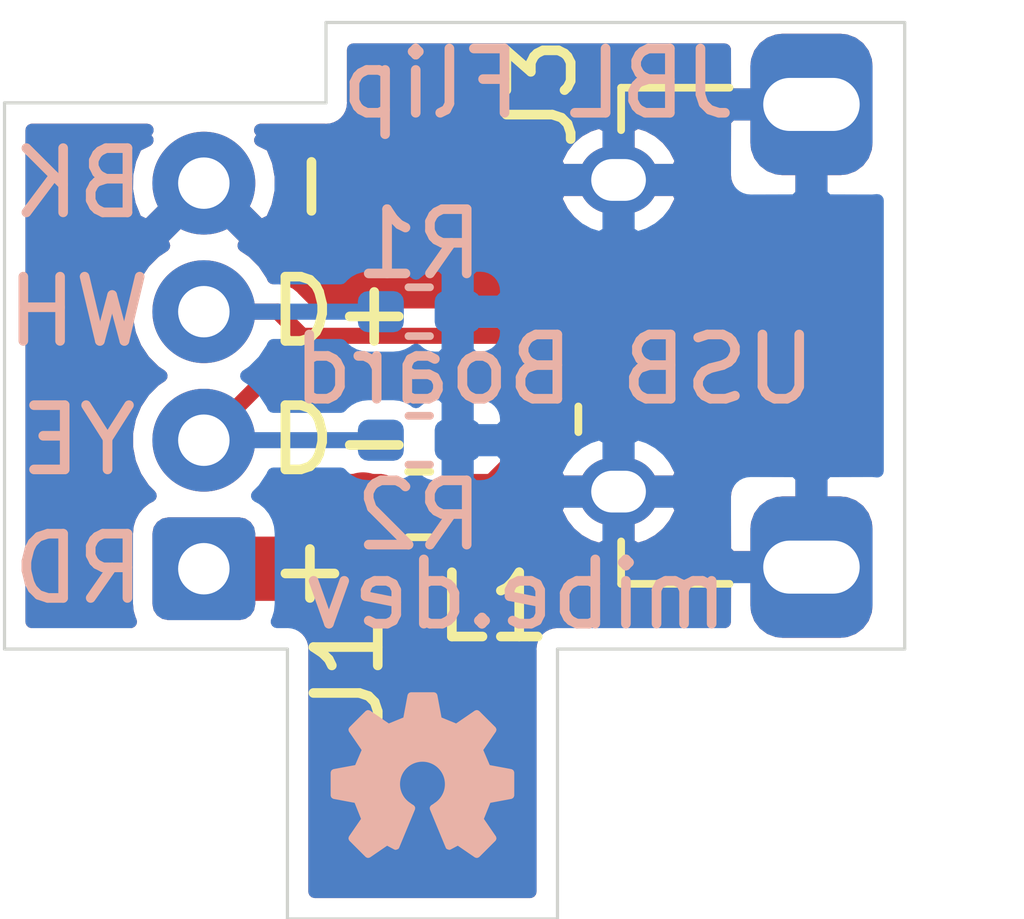
<source format=kicad_pcb>
(kicad_pcb (version 20171130) (host pcbnew "(5.1.9)-1")

  (general
    (thickness 1.6)
    (drawings 21)
    (tracks 14)
    (zones 0)
    (modules 6)
    (nets 7)
  )

  (page A4)
  (layers
    (0 F.Cu signal)
    (31 B.Cu signal)
    (32 B.Adhes user)
    (33 F.Adhes user hide)
    (34 B.Paste user)
    (35 F.Paste user hide)
    (36 B.SilkS user)
    (37 F.SilkS user)
    (38 B.Mask user)
    (39 F.Mask user hide)
    (40 Dwgs.User user hide)
    (41 Cmts.User user hide)
    (42 Eco1.User user)
    (43 Eco2.User user)
    (44 Edge.Cuts user)
    (45 Margin user)
    (46 B.CrtYd user hide)
    (47 F.CrtYd user hide)
    (48 B.Fab user hide)
    (49 F.Fab user hide)
  )

  (setup
    (last_trace_width 0.25)
    (user_trace_width 0.4)
    (user_trace_width 1)
    (trace_clearance 0.2)
    (zone_clearance 0.3)
    (zone_45_only yes)
    (trace_min 0.2)
    (via_size 0.8)
    (via_drill 0.4)
    (via_min_size 0.4)
    (via_min_drill 0.3)
    (uvia_size 0.3)
    (uvia_drill 0.1)
    (uvias_allowed no)
    (uvia_min_size 0.2)
    (uvia_min_drill 0.1)
    (edge_width 0.05)
    (segment_width 0.2)
    (pcb_text_width 0.3)
    (pcb_text_size 1.5 1.5)
    (mod_edge_width 0.12)
    (mod_text_size 1 1)
    (mod_text_width 0.15)
    (pad_size 1.524 1.524)
    (pad_drill 0.762)
    (pad_to_mask_clearance 0)
    (aux_axis_origin 0 0)
    (visible_elements 7FFFFFFF)
    (pcbplotparams
      (layerselection 0x010fc_ffffffff)
      (usegerberextensions false)
      (usegerberattributes true)
      (usegerberadvancedattributes true)
      (creategerberjobfile true)
      (excludeedgelayer true)
      (linewidth 0.100000)
      (plotframeref false)
      (viasonmask false)
      (mode 1)
      (useauxorigin false)
      (hpglpennumber 1)
      (hpglpenspeed 20)
      (hpglpendiameter 15.000000)
      (psnegative false)
      (psa4output false)
      (plotreference true)
      (plotvalue true)
      (plotinvisibletext false)
      (padsonsilk false)
      (subtractmaskfromsilk false)
      (outputformat 1)
      (mirror false)
      (drillshape 1)
      (scaleselection 1)
      (outputdirectory ""))
  )

  (net 0 "")
  (net 1 GND)
  (net 2 VCC)
  (net 3 /D+)
  (net 4 /D-)
  (net 5 /VCC_USB)
  (net 6 /ID)

  (net_class Default "This is the default net class."
    (clearance 0.2)
    (trace_width 0.25)
    (via_dia 0.8)
    (via_drill 0.4)
    (uvia_dia 0.3)
    (uvia_drill 0.1)
    (add_net /D+)
    (add_net /D-)
    (add_net /ID)
    (add_net /VCC_USB)
    (add_net GND)
    (add_net VCC)
  )

  (module mibe:OSHW-Logo_2.7x2.5mm_SilkScreen_NoText (layer B.Cu) (tedit 5ED42AC1) (tstamp 603B72B4)
    (at 142.5 111.85 180)
    (descr "Imported from c:\\Users\\Michi\\Desktopaa\\oshw-logo.svg")
    (tags svg2mod)
    (attr virtual)
    (fp_text reference REF** (at 0 0) (layer B.SilkS) hide
      (effects (font (size 1 1) (thickness 0.15)) (justify mirror))
    )
    (fp_text value OSHW-Logo_2.7x2.5mm_SilkScreen_NoText (at 0 0) (layer B.Fab) hide
      (effects (font (size 1 1) (thickness 0.15)) (justify mirror))
    )
    (fp_poly (pts (xy 1.373638 0.193721) (xy 1.032614 0.257139) (xy 1.02046 0.263416) (xy 1.012429 0.274496)
      (xy 0.907896 0.51837) (xy 0.905459 0.531745) (xy 0.909555 0.544723) (xy 1.108249 0.834322)
      (xy 1.11119 0.846467) (xy 1.106071 0.857897) (xy 0.857901 1.106068) (xy 0.846494 1.111194)
      (xy 0.834356 1.108185) (xy 0.539676 0.905963) (xy 0.526656 0.901823) (xy 0.513185 0.904111)
      (xy 0.276777 1.000901) (xy 0.265645 1.008753) (xy 0.259351 1.020851) (xy 0.193694 1.373575)
      (xy 0.187196 1.384257) (xy 0.175501 1.388709) (xy -0.175501 1.388709) (xy -0.187178 1.384267)
      (xy -0.193673 1.373575) (xy -0.25931 1.020851) (xy -0.265595 1.008753) (xy -0.276735 1.000901)
      (xy -0.513164 0.904127) (xy -0.526651 0.901878) (xy -0.539655 0.905979) (xy -0.834314 1.1082)
      (xy -0.846478 1.11116) (xy -0.85788 1.106084) (xy -1.106071 0.857913) (xy -1.111197 0.846492)
      (xy -1.108248 0.834338) (xy -0.909534 0.544738) (xy -0.905471 0.531751) (xy -0.907896 0.518386)
      (xy -1.01245 0.274512) (xy -1.020457 0.263402) (xy -1.032635 0.257155) (xy -1.373638 0.193737)
      (xy -1.384326 0.1872) (xy -1.38876 0.175507) (xy -1.388739 -0.175473) (xy -1.384297 -0.187184)
      (xy -1.373616 -0.193677) (xy -1.040974 -0.255578) (xy -1.028929 -0.261892) (xy -1.021225 -0.273067)
      (xy -0.917376 -0.532481) (xy -0.915164 -0.545972) (xy -0.919347 -0.558971) (xy -1.108291 -0.834317)
      (xy -1.111231 -0.846472) (xy -1.106113 -0.857892) (xy -0.857902 -1.106063) (xy -0.8465 -1.11116)
      (xy -0.834336 -1.10818) (xy -0.563865 -0.922535) (xy -0.551016 -0.918725) (xy -0.537934 -0.921741)
      (xy -0.418651 -0.985426) (xy -0.399048 -0.978203) (xy -0.153097 -0.383928) (xy -0.152778 -0.371535)
      (xy -0.160317 -0.361703) (xy -0.190168 -0.34342) (xy -0.209046 -0.328974) (xy -0.228804 -0.315448)
      (xy -0.247661 -0.300761) (xy -0.265565 -0.284966) (xy -0.282466 -0.268114) (xy -0.29831 -0.250255)
      (xy -0.313047 -0.23144) (xy -0.326626 -0.211722) (xy -0.338994 -0.19115) (xy -0.3501 -0.169777)
      (xy -0.359893 -0.147654) (xy -0.368321 -0.12483) (xy -0.375332 -0.101359) (xy -0.380874 -0.077291)
      (xy -0.384897 -0.052676) (xy -0.387349 -0.027568) (xy -0.388177 -0.002015) (xy -0.387414 0.022533)
      (xy -0.385153 0.046675) (xy -0.38144 0.070366) (xy -0.376322 0.09356) (xy -0.369843 0.116212)
      (xy -0.362048 0.138276) (xy -0.352984 0.159708) (xy -0.342696 0.18046) (xy -0.331229 0.200489)
      (xy -0.318628 0.219748) (xy -0.30494 0.238192) (xy -0.29021 0.255775) (xy -0.274483 0.272453)
      (xy -0.257805 0.288179) (xy -0.240221 0.302909) (xy -0.221776 0.316596) (xy -0.202517 0.329196)
      (xy -0.182488 0.340662) (xy -0.161736 0.350949) (xy -0.140305 0.360013) (xy -0.118241 0.367806)
      (xy -0.09559 0.374285) (xy -0.072397 0.379403) (xy -0.048708 0.383115) (xy -0.024567 0.385376)
      (xy -0.000022 0.386139) (xy 0.024524 0.385376) (xy 0.048664 0.383115) (xy 0.072353 0.379403)
      (xy 0.095546 0.374285) (xy 0.118196 0.367806) (xy 0.140259 0.360013) (xy 0.161689 0.350949)
      (xy 0.18244 0.340662) (xy 0.202468 0.329196) (xy 0.221726 0.316596) (xy 0.240169 0.302909)
      (xy 0.257752 0.288179) (xy 0.274429 0.272453) (xy 0.290155 0.255775) (xy 0.304884 0.238192)
      (xy 0.318571 0.219748) (xy 0.33117 0.200489) (xy 0.342636 0.18046) (xy 0.352924 0.159708)
      (xy 0.361987 0.138276) (xy 0.369781 0.116212) (xy 0.376259 0.09356) (xy 0.381377 0.070366)
      (xy 0.385089 0.046675) (xy 0.38735 0.022533) (xy 0.388113 -0.002015) (xy 0.387285 -0.027568)
      (xy 0.384834 -0.052676) (xy 0.380812 -0.077291) (xy 0.37527 -0.101359) (xy 0.368261 -0.12483)
      (xy 0.359835 -0.147654) (xy 0.350043 -0.169777) (xy 0.338938 -0.19115) (xy 0.326571 -0.211722)
      (xy 0.312993 -0.23144) (xy 0.298255 -0.250255) (xy 0.28241 -0.268114) (xy 0.265509 -0.284966)
      (xy 0.247603 -0.300761) (xy 0.228743 -0.315448) (xy 0.208982 -0.328974) (xy 0.190146 -0.34342)
      (xy 0.160294 -0.361703) (xy 0.15278 -0.371535) (xy 0.153075 -0.383928) (xy 0.399005 -0.978224)
      (xy 0.418608 -0.985447) (xy 0.537891 -0.921762) (xy 0.550981 -0.918806) (xy 0.563822 -0.922556)
      (xy 0.834314 -1.108201) (xy 0.846467 -1.111141) (xy 0.857859 -1.106084) (xy 1.10607 -0.857913)
      (xy 1.111204 -0.846483) (xy 1.108248 -0.834339) (xy 0.919283 -0.558992) (xy 0.915127 -0.545997)
      (xy 0.917333 -0.532502) (xy 1.021182 -0.273086) (xy 1.028875 -0.261881) (xy 1.04091 -0.255597)
      (xy 1.373553 -0.193695) (xy 1.384226 -0.187163) (xy 1.388677 -0.175492) (xy 1.388718 0.175491)
      (xy 1.384297 0.187206) (xy 1.373637 0.193721) (xy 1.373638 0.193721)) (layer B.SilkS) (width 0.078406))
  )

  (module mibe:USB_Micro_B_Hirose_ZX62D-B-5PA8 (layer F.Cu) (tedit 603AE74C) (tstamp 603B572C)
    (at 145.875 104.875 90)
    (path /603584FD)
    (fp_text reference J3 (at 3.775 -1.525 90) (layer F.SilkS)
      (effects (font (size 1 1) (thickness 0.15)))
    )
    (fp_text value "ZX62D-B-5PA8(30)" (at 0 6.85 90) (layer F.Fab)
      (effects (font (size 1 1) (thickness 0.15)))
    )
    (fp_line (start -3.75 0.68) (end -0.31 4.12) (layer Dwgs.User) (width 0.12))
    (fp_line (start 5.2 -1.45) (end 5.2 5.98) (layer F.CrtYd) (width 0.05))
    (fp_line (start -5.2 -1.45) (end 5.2 -1.45) (layer F.CrtYd) (width 0.05))
    (fp_line (start -1.3 -0.4) (end -0.9 -0.8) (layer F.Fab) (width 0.1))
    (fp_line (start -0.9 -0.8) (end -1.7 -0.8) (layer F.Fab) (width 0.1))
    (fp_line (start -1.7 -0.8) (end -1.3 -0.4) (layer F.Fab) (width 0.1))
    (fp_line (start -3.75 5.425) (end 3.75 5.425) (layer F.Fab) (width 0.1))
    (fp_line (start -3.75 -0.175) (end 3.75 -0.175) (layer F.Fab) (width 0.1))
    (fp_line (start -3.75 -0.175) (end -3.75 5.425) (layer F.Fab) (width 0.1))
    (fp_line (start 3.75 5.425) (end 3.75 -0.175) (layer F.Fab) (width 0.1))
    (fp_line (start -3 4.125) (end 3 4.125) (layer F.Fab) (width 0.1))
    (fp_line (start -3.75 5.425) (end -3.35 4.85) (layer F.Fab) (width 0.1))
    (fp_line (start -3.35 4.85) (end 3.35 4.85) (layer F.Fab) (width 0.1))
    (fp_line (start 3.35 4.85) (end 3.75 5.425) (layer F.Fab) (width 0.1))
    (fp_line (start -3.86 -0.285) (end -3.86 1.4) (layer F.SilkS) (width 0.12))
    (fp_line (start -3.86 -0.285) (end -3.2 -0.285) (layer F.SilkS) (width 0.12))
    (fp_line (start 3.86 -0.285) (end 3.86 1.4) (layer F.SilkS) (width 0.12))
    (fp_line (start 3.2 -0.285) (end 3.86 -0.285) (layer F.SilkS) (width 0.12))
    (fp_line (start -1.5 -0.95) (end -1.1 -0.95) (layer F.SilkS) (width 0.12))
    (fp_line (start -5.2 -1.45) (end -5.2 5.98) (layer F.CrtYd) (width 0.05))
    (fp_line (start -5.2 5.98) (end 5.2 5.98) (layer F.CrtYd) (width 0.05))
    (fp_line (start -3.75 0.68) (end 3.75 0.68) (layer Dwgs.User) (width 0.12))
    (fp_line (start 3.75 0.68) (end 3.75 4.12) (layer Dwgs.User) (width 0.12))
    (fp_line (start 3.75 4.12) (end -3.75 4.12) (layer Dwgs.User) (width 0.12))
    (fp_line (start -3.75 4.12) (end -3.75 0.68) (layer Dwgs.User) (width 0.12))
    (fp_line (start 3.75 4.12) (end 0.33 0.7) (layer Dwgs.User) (width 0.12))
    (fp_text user traces (at 2.45 1.25 90) (layer Cmts.User)
      (effects (font (size 0.5 0.5) (thickness 0.08)))
    )
    (fp_text user no (at -2.15 1.25 90) (layer Cmts.User)
      (effects (font (size 0.5 0.5) (thickness 0.08)))
    )
    (fp_text user %R (at 0 1.2 90) (layer F.Fab)
      (effects (font (size 0.5 0.5) (thickness 0.08)))
    )
    (fp_text user "PCB Edge" (at 0 4.125 90) (layer Dwgs.User)
      (effects (font (size 0.5 0.5) (thickness 0.08)))
    )
    (pad 6 smd rect (at 1.15 2.675 90) (size 1.8 1.9) (layers F.Cu F.Paste F.Mask)
      (net 1 GND))
    (pad 6 smd rect (at -1.15 2.675 90) (size 1.8 1.9) (layers F.Cu F.Paste F.Mask)
      (net 1 GND))
    (pad 6 thru_hole roundrect (at 3.6 2.675 90) (size 2.2 1.9) (drill oval 0.825 1.5) (layers *.Cu *.Mask) (roundrect_rratio 0.263)
      (net 1 GND))
    (pad 6 thru_hole roundrect (at -3.6 2.675 90) (size 2.2 1.9) (drill oval 0.825 1.5) (layers *.Cu *.Mask) (roundrect_rratio 0.263)
      (net 1 GND))
    (pad 6 thru_hole oval (at 2.425 -0.325 90) (size 1.05 1.25) (drill oval 0.65 0.85) (layers *.Cu *.Mask)
      (net 1 GND))
    (pad 6 thru_hole oval (at -2.425 -0.325 90) (size 1.05 1.25) (drill oval 0.65 0.85) (layers *.Cu *.Mask)
      (net 1 GND))
    (pad 5 smd rect (at 1.3 0 90) (size 0.4 1.35) (layers F.Cu F.Paste F.Mask)
      (net 1 GND))
    (pad 4 smd rect (at 0.65 0 90) (size 0.4 1.35) (layers F.Cu F.Paste F.Mask)
      (net 6 /ID))
    (pad 3 smd rect (at 0 0 90) (size 0.4 1.35) (layers F.Cu F.Paste F.Mask)
      (net 3 /D+))
    (pad 2 smd rect (at -0.65 0 90) (size 0.4 1.35) (layers F.Cu F.Paste F.Mask)
      (net 4 /D-))
    (pad 1 smd rect (at -1.3 0 90) (size 0.4 1.35) (layers F.Cu F.Paste F.Mask)
      (net 5 /VCC_USB))
  )

  (module Resistor_SMD:R_0402_1005Metric_Pad0.72x0.64mm_HandSolder (layer B.Cu) (tedit 5F6BB9E0) (tstamp 603B6E73)
    (at 142.45 106.5)
    (descr "Resistor SMD 0402 (1005 Metric), square (rectangular) end terminal, IPC_7351 nominal with elongated pad for handsoldering. (Body size source: IPC-SM-782 page 72, https://www.pcb-3d.com/wordpress/wp-content/uploads/ipc-sm-782a_amendment_1_and_2.pdf), generated with kicad-footprint-generator")
    (tags "resistor handsolder")
    (path /6035AB55)
    (attr smd)
    (fp_text reference R2 (at 0 1.17) (layer B.SilkS)
      (effects (font (size 1 1) (thickness 0.15)) (justify mirror))
    )
    (fp_text value R (at 0 -1.17) (layer B.Fab)
      (effects (font (size 1 1) (thickness 0.15)) (justify mirror))
    )
    (fp_line (start -0.525 -0.27) (end -0.525 0.27) (layer B.Fab) (width 0.1))
    (fp_line (start -0.525 0.27) (end 0.525 0.27) (layer B.Fab) (width 0.1))
    (fp_line (start 0.525 0.27) (end 0.525 -0.27) (layer B.Fab) (width 0.1))
    (fp_line (start 0.525 -0.27) (end -0.525 -0.27) (layer B.Fab) (width 0.1))
    (fp_line (start -0.167621 0.38) (end 0.167621 0.38) (layer B.SilkS) (width 0.12))
    (fp_line (start -0.167621 -0.38) (end 0.167621 -0.38) (layer B.SilkS) (width 0.12))
    (fp_line (start -1.1 -0.47) (end -1.1 0.47) (layer B.CrtYd) (width 0.05))
    (fp_line (start -1.1 0.47) (end 1.1 0.47) (layer B.CrtYd) (width 0.05))
    (fp_line (start 1.1 0.47) (end 1.1 -0.47) (layer B.CrtYd) (width 0.05))
    (fp_line (start 1.1 -0.47) (end -1.1 -0.47) (layer B.CrtYd) (width 0.05))
    (fp_text user %R (at 0 0) (layer B.Fab)
      (effects (font (size 0.26 0.26) (thickness 0.04)) (justify mirror))
    )
    (pad 2 smd roundrect (at 0.5975 0) (size 0.715 0.64) (layers B.Cu B.Paste B.Mask) (roundrect_rratio 0.25)
      (net 1 GND))
    (pad 1 smd roundrect (at -0.5975 0) (size 0.715 0.64) (layers B.Cu B.Paste B.Mask) (roundrect_rratio 0.25)
      (net 4 /D-))
    (model ${KISYS3DMOD}/Resistor_SMD.3dshapes/R_0402_1005Metric.wrl
      (at (xyz 0 0 0))
      (scale (xyz 1 1 1))
      (rotate (xyz 0 0 0))
    )
  )

  (module Resistor_SMD:R_0402_1005Metric_Pad0.72x0.64mm_HandSolder (layer B.Cu) (tedit 5F6BB9E0) (tstamp 603B574E)
    (at 142.45 104.5)
    (descr "Resistor SMD 0402 (1005 Metric), square (rectangular) end terminal, IPC_7351 nominal with elongated pad for handsoldering. (Body size source: IPC-SM-782 page 72, https://www.pcb-3d.com/wordpress/wp-content/uploads/ipc-sm-782a_amendment_1_and_2.pdf), generated with kicad-footprint-generator")
    (tags "resistor handsolder")
    (path /6035A3C3)
    (attr smd)
    (fp_text reference R1 (at 0 -1.05) (layer B.SilkS)
      (effects (font (size 1 1) (thickness 0.15)) (justify mirror))
    )
    (fp_text value R (at 0 -1.17) (layer B.Fab)
      (effects (font (size 1 1) (thickness 0.15)) (justify mirror))
    )
    (fp_line (start -0.525 -0.27) (end -0.525 0.27) (layer B.Fab) (width 0.1))
    (fp_line (start -0.525 0.27) (end 0.525 0.27) (layer B.Fab) (width 0.1))
    (fp_line (start 0.525 0.27) (end 0.525 -0.27) (layer B.Fab) (width 0.1))
    (fp_line (start 0.525 -0.27) (end -0.525 -0.27) (layer B.Fab) (width 0.1))
    (fp_line (start -0.167621 0.38) (end 0.167621 0.38) (layer B.SilkS) (width 0.12))
    (fp_line (start -0.167621 -0.38) (end 0.167621 -0.38) (layer B.SilkS) (width 0.12))
    (fp_line (start -1.1 -0.47) (end -1.1 0.47) (layer B.CrtYd) (width 0.05))
    (fp_line (start -1.1 0.47) (end 1.1 0.47) (layer B.CrtYd) (width 0.05))
    (fp_line (start 1.1 0.47) (end 1.1 -0.47) (layer B.CrtYd) (width 0.05))
    (fp_line (start 1.1 -0.47) (end -1.1 -0.47) (layer B.CrtYd) (width 0.05))
    (fp_text user %R (at 0 0) (layer B.Fab)
      (effects (font (size 0.26 0.26) (thickness 0.04)) (justify mirror))
    )
    (pad 2 smd roundrect (at 0.5975 0) (size 0.715 0.64) (layers B.Cu B.Paste B.Mask) (roundrect_rratio 0.25)
      (net 1 GND))
    (pad 1 smd roundrect (at -0.5975 0) (size 0.715 0.64) (layers B.Cu B.Paste B.Mask) (roundrect_rratio 0.25)
      (net 3 /D+))
    (model ${KISYS3DMOD}/Resistor_SMD.3dshapes/R_0402_1005Metric.wrl
      (at (xyz 0 0 0))
      (scale (xyz 1 1 1))
      (rotate (xyz 0 0 0))
    )
  )

  (module Inductor_SMD:L_0603_1608Metric_Pad1.05x0.95mm_HandSolder (layer F.Cu) (tedit 5F68FEF0) (tstamp 603B573D)
    (at 142.45 107.5)
    (descr "Inductor SMD 0603 (1608 Metric), square (rectangular) end terminal, IPC_7351 nominal with elongated pad for handsoldering. (Body size source: http://www.tortai-tech.com/upload/download/2011102023233369053.pdf), generated with kicad-footprint-generator")
    (tags "inductor handsolder")
    (path /60382247)
    (attr smd)
    (fp_text reference L1 (at 1.15 1.6) (layer F.SilkS)
      (effects (font (size 1 1) (thickness 0.15)))
    )
    (fp_text value ? (at 0 1.43) (layer F.Fab)
      (effects (font (size 1 1) (thickness 0.15)))
    )
    (fp_line (start -0.8 0.4) (end -0.8 -0.4) (layer F.Fab) (width 0.1))
    (fp_line (start -0.8 -0.4) (end 0.8 -0.4) (layer F.Fab) (width 0.1))
    (fp_line (start 0.8 -0.4) (end 0.8 0.4) (layer F.Fab) (width 0.1))
    (fp_line (start 0.8 0.4) (end -0.8 0.4) (layer F.Fab) (width 0.1))
    (fp_line (start -0.171267 -0.51) (end 0.171267 -0.51) (layer F.SilkS) (width 0.12))
    (fp_line (start -0.171267 0.51) (end 0.171267 0.51) (layer F.SilkS) (width 0.12))
    (fp_line (start -1.65 0.73) (end -1.65 -0.73) (layer F.CrtYd) (width 0.05))
    (fp_line (start -1.65 -0.73) (end 1.65 -0.73) (layer F.CrtYd) (width 0.05))
    (fp_line (start 1.65 -0.73) (end 1.65 0.73) (layer F.CrtYd) (width 0.05))
    (fp_line (start 1.65 0.73) (end -1.65 0.73) (layer F.CrtYd) (width 0.05))
    (fp_text user %R (at 0 0) (layer F.Fab)
      (effects (font (size 0.4 0.4) (thickness 0.06)))
    )
    (pad 2 smd roundrect (at 0.875 0) (size 1.05 0.95) (layers F.Cu F.Paste F.Mask) (roundrect_rratio 0.25)
      (net 5 /VCC_USB))
    (pad 1 smd roundrect (at -0.875 0) (size 1.05 0.95) (layers F.Cu F.Paste F.Mask) (roundrect_rratio 0.25)
      (net 2 VCC))
    (model ${KISYS3DMOD}/Inductor_SMD.3dshapes/L_0603_1608Metric.wrl
      (at (xyz 0 0 0))
      (scale (xyz 1 1 1))
      (rotate (xyz 0 0 0))
    )
  )

  (module mibe:SolderWire-0.15sqmm_1x04_P2mm_D0.5mm_OD1.5mm (layer F.Cu) (tedit 60382416) (tstamp 603B56FF)
    (at 139.1 108.5 90)
    (descr "Soldered wire connection, for 4 times 0.1 mm² wires, basic insulation, conductor diameter 0.4mm, outer diameter 1mm, size source Multi-Contact FLEXI-E 0.1 (https://ec.staubli.com/AcroFiles/Catalogues/TM_Cab-Main-11014119_(en)_hi.pdf), bend radius 3 times outer diameter, generated with kicad-footprint-generator")
    (tags "connector wire 0.1sqmm")
    (path /60359A3C)
    (attr virtual)
    (fp_text reference J1 (at -1.6 2.25 90) (layer F.SilkS)
      (effects (font (size 1 1) (thickness 0.15)))
    )
    (fp_text value Conn_01x04 (at 3 2 90) (layer F.Fab)
      (effects (font (size 1 1) (thickness 0.15)))
    )
    (fp_line (start 7.3 -1.3) (end -1.3 -1.3) (layer F.CrtYd) (width 0.05))
    (fp_line (start 7.3 1.3) (end 7.3 -1.3) (layer F.CrtYd) (width 0.05))
    (fp_line (start -1.3 1.3) (end 7.3 1.3) (layer F.CrtYd) (width 0.05))
    (fp_line (start -1.3 -1.3) (end -1.3 1.3) (layer F.CrtYd) (width 0.05))
    (fp_circle (center 6 0) (end 6.5 0) (layer F.Fab) (width 0.1))
    (fp_circle (center 4 0) (end 4.5 0) (layer F.Fab) (width 0.1))
    (fp_circle (center 2 0) (end 2.5 0) (layer F.Fab) (width 0.1))
    (fp_circle (center 0 0) (end 0.5 0) (layer F.Fab) (width 0.1))
    (fp_text user %R (at 7.35 0) (layer F.Fab)
      (effects (font (size 0.65 0.65) (thickness 0.1)))
    )
    (pad 4 thru_hole circle (at 6 0 90) (size 1.6 1.6) (drill 0.8) (layers *.Cu *.Mask)
      (net 1 GND))
    (pad 3 thru_hole circle (at 4 0 90) (size 1.6 1.6) (drill 0.8) (layers *.Cu *.Mask)
      (net 3 /D+))
    (pad 2 thru_hole circle (at 2 0 90) (size 1.6 1.6) (drill 0.8) (layers *.Cu *.Mask)
      (net 4 /D-))
    (pad 1 thru_hole roundrect (at 0 0 90) (size 1.6 1.6) (drill 0.8) (layers *.Cu *.Mask) (roundrect_rratio 0.156)
      (net 2 VCC))
    (model ${KISYS3DMOD}/Connector_Wire.3dshapes/SolderWire-0.1sqmm_1x04_P3.6mm_D0.4mm_OD1mm.wrl
      (at (xyz 0 0 0))
      (scale (xyz 1 1 1))
      (rotate (xyz 0 0 0))
    )
  )

  (gr_text "USB Board" (at 144.55 105.4) (layer B.SilkS)
    (effects (font (size 1 1) (thickness 0.15)) (justify mirror))
  )
  (gr_text "JBL Flip" (at 144.3 100.95) (layer B.SilkS) (tstamp 603B733C)
    (effects (font (size 1 1) (thickness 0.15)) (justify mirror))
  )
  (gr_text mibe.dev (at 143.95 108.9) (layer B.SilkS)
    (effects (font (size 1 1) (thickness 0.15)) (justify mirror))
  )
  (gr_text RD (at 137.15 108.5) (layer B.SilkS)
    (effects (font (size 1 1) (thickness 0.15)) (justify mirror))
  )
  (gr_text YE (at 137.15 106.5) (layer B.SilkS)
    (effects (font (size 1 1) (thickness 0.15)) (justify mirror))
  )
  (gr_text WH (at 137.15 104.5) (layer B.SilkS)
    (effects (font (size 1 1) (thickness 0.15)) (justify mirror))
  )
  (gr_text BK (at 137.15 102.5) (layer B.SilkS)
    (effects (font (size 1 1) (thickness 0.15)) (justify mirror))
  )
  (gr_text - (at 140.7 102.55 90) (layer F.SilkS)
    (effects (font (size 1 1) (thickness 0.15)))
  )
  (gr_text D+ (at 141.25 104.5) (layer F.SilkS)
    (effects (font (size 1 1) (thickness 0.15)))
  )
  (gr_text D- (at 141.25 106.5) (layer F.SilkS)
    (effects (font (size 1 1) (thickness 0.15)))
  )
  (gr_text + (at 140.75 108.5) (layer F.SilkS)
    (effects (font (size 1 1) (thickness 0.15)))
  )
  (gr_line (start 141 101.25) (end 141 100) (layer Edge.Cuts) (width 0.05) (tstamp 603B5681))
  (gr_line (start 136 101.25) (end 141 101.25) (layer Edge.Cuts) (width 0.05))
  (gr_line (start 136 109.75) (end 136 101.25) (layer Edge.Cuts) (width 0.05))
  (gr_line (start 140.4 109.75) (end 136 109.75) (layer Edge.Cuts) (width 0.05))
  (gr_line (start 140.4 113.95) (end 140.4 109.75) (layer Edge.Cuts) (width 0.05))
  (gr_line (start 144.6 113.95) (end 140.4 113.95) (layer Edge.Cuts) (width 0.05))
  (gr_line (start 144.6 109.75) (end 144.6 113.95) (layer Edge.Cuts) (width 0.05))
  (gr_line (start 150 109.75) (end 144.6 109.75) (layer Edge.Cuts) (width 0.05))
  (gr_line (start 150 100) (end 141 100) (layer Edge.Cuts) (width 0.05))
  (gr_line (start 150 100) (end 150 109.75) (layer Edge.Cuts) (width 0.05))

  (segment (start 145.55 103.25) (end 145.875 103.575) (width 0.4) (layer F.Cu) (net 1))
  (segment (start 145.55 102.45) (end 145.55 103.25) (width 0.4) (layer F.Cu) (net 1))
  (segment (start 140.575 108.5) (end 141.575 107.5) (width 1) (layer F.Cu) (net 2))
  (segment (start 139.1 108.5) (end 140.575 108.5) (width 1) (layer F.Cu) (net 2))
  (segment (start 145.875 104.875) (end 140.625 104.875) (width 0.25) (layer F.Cu) (net 3))
  (segment (start 140.25 104.5) (end 139.1 104.5) (width 0.25) (layer F.Cu) (net 3))
  (segment (start 140.625 104.875) (end 140.25 104.5) (width 0.25) (layer F.Cu) (net 3))
  (segment (start 139.1 104.5) (end 141.8525 104.5) (width 0.25) (layer B.Cu) (net 3))
  (segment (start 140.075 105.525) (end 139.1 106.5) (width 0.25) (layer F.Cu) (net 4))
  (segment (start 145.875 105.525) (end 140.075 105.525) (width 0.25) (layer F.Cu) (net 4))
  (segment (start 139.1 106.5) (end 141.8525 106.5) (width 0.25) (layer B.Cu) (net 4))
  (segment (start 145.875 106.175) (end 145.225 106.175) (width 0.4) (layer F.Cu) (net 5))
  (segment (start 144.65 106.175) (end 143.325 107.5) (width 0.4) (layer F.Cu) (net 5))
  (segment (start 145.875 106.175) (end 144.65 106.175) (width 0.4) (layer F.Cu) (net 5))

  (zone (net 1) (net_name GND) (layer F.Cu) (tstamp 0) (hatch edge 0.508)
    (connect_pads (clearance 0.3))
    (min_thickness 0.2)
    (fill yes (arc_segments 32) (thermal_gap 0.3) (thermal_bridge_width 0.5))
    (polygon
      (pts
        (xy 150 113.95) (xy 136 113.95) (xy 136 100) (xy 150 100)
      )
    )
    (filled_polygon
      (pts
        (xy 147.2 101.025) (xy 147.3 101.125) (xy 148.4 101.125) (xy 148.4 101.105) (xy 148.7 101.105)
        (xy 148.7 101.125) (xy 148.72 101.125) (xy 148.72 101.425) (xy 148.7 101.425) (xy 148.7 103.575)
        (xy 148.72 103.575) (xy 148.72 103.875) (xy 148.7 103.875) (xy 148.7 105.875) (xy 148.72 105.875)
        (xy 148.72 106.175) (xy 148.7 106.175) (xy 148.7 108.325) (xy 148.72 108.325) (xy 148.72 108.625)
        (xy 148.7 108.625) (xy 148.7 108.645) (xy 148.4 108.645) (xy 148.4 108.625) (xy 147.3 108.625)
        (xy 147.2 108.725) (xy 147.198634 109.325) (xy 144.620874 109.325) (xy 144.6 109.322944) (xy 144.579126 109.325)
        (xy 144.516686 109.33115) (xy 144.436573 109.355452) (xy 144.36274 109.394916) (xy 144.298026 109.448026) (xy 144.244916 109.51274)
        (xy 144.205452 109.586573) (xy 144.18115 109.666686) (xy 144.172944 109.75) (xy 144.175 109.770873) (xy 144.175001 113.525)
        (xy 140.825 113.525) (xy 140.825 109.770873) (xy 140.827056 109.75) (xy 140.81885 109.666686) (xy 140.794548 109.586573)
        (xy 140.755084 109.51274) (xy 140.701974 109.448026) (xy 140.640857 109.397868) (xy 140.751431 109.386977) (xy 140.921081 109.335514)
        (xy 141.077432 109.251943) (xy 141.214475 109.139475) (xy 141.242657 109.105135) (xy 141.982696 108.365096) (xy 141.987248 108.364648)
        (xy 142.107201 108.328261) (xy 142.217751 108.269171) (xy 142.314649 108.189649) (xy 142.394171 108.092751) (xy 142.45 107.988302)
        (xy 142.505829 108.092751) (xy 142.585351 108.189649) (xy 142.682249 108.269171) (xy 142.792799 108.328261) (xy 142.912752 108.364648)
        (xy 143.0375 108.376935) (xy 143.6125 108.376935) (xy 143.737248 108.364648) (xy 143.857201 108.328261) (xy 143.967751 108.269171)
        (xy 144.064649 108.189649) (xy 144.144171 108.092751) (xy 144.203261 107.982201) (xy 144.239648 107.862248) (xy 144.251935 107.7375)
        (xy 144.251935 107.59094) (xy 144.571946 107.59094) (xy 144.592722 107.640154) (xy 144.675555 107.800865) (xy 144.78815 107.942328)
        (xy 144.926179 108.059106) (xy 145.084338 108.146712) (xy 145.256549 108.20178) (xy 145.4 108.12094) (xy 145.4 107.45)
        (xy 145.7 107.45) (xy 145.7 108.12094) (xy 145.843451 108.20178) (xy 146.015662 108.146712) (xy 146.173821 108.059106)
        (xy 146.31185 107.942328) (xy 146.424445 107.800865) (xy 146.507278 107.640154) (xy 146.528054 107.59094) (xy 146.461249 107.45)
        (xy 145.7 107.45) (xy 145.4 107.45) (xy 144.638751 107.45) (xy 144.571946 107.59094) (xy 144.251935 107.59094)
        (xy 144.251935 107.421592) (xy 144.601698 107.071829) (xy 144.638751 107.15) (xy 145.4 107.15) (xy 145.4 107.13)
        (xy 145.7 107.13) (xy 145.7 107.15) (xy 146.461249 107.15) (xy 146.528054 107.00906) (xy 146.507278 106.959846)
        (xy 146.489318 106.925) (xy 147.198065 106.925) (xy 147.205788 107.003414) (xy 147.22866 107.078814) (xy 147.265803 107.148303)
        (xy 147.267196 107.15) (xy 147.265803 107.151697) (xy 147.22866 107.221186) (xy 147.205788 107.296586) (xy 147.198065 107.375)
        (xy 147.2 108.225) (xy 147.3 108.325) (xy 148.4 108.325) (xy 148.4 106.175) (xy 147.3 106.175)
        (xy 147.2 106.275) (xy 147.198065 106.925) (xy 146.489318 106.925) (xy 146.424445 106.799135) (xy 146.406775 106.776935)
        (xy 146.55 106.776935) (xy 146.628414 106.769212) (xy 146.703814 106.74634) (xy 146.773303 106.709197) (xy 146.834211 106.659211)
        (xy 146.884197 106.598303) (xy 146.92134 106.528814) (xy 146.944212 106.453414) (xy 146.951935 106.375) (xy 146.951935 105.975)
        (xy 146.944212 105.896586) (xy 146.930081 105.85) (xy 146.944212 105.803414) (xy 146.951935 105.725) (xy 146.951935 105.325)
        (xy 146.944212 105.246586) (xy 146.930081 105.2) (xy 146.944212 105.153414) (xy 146.951935 105.075) (xy 146.951935 104.675)
        (xy 146.947011 104.625) (xy 147.198065 104.625) (xy 147.205788 104.703414) (xy 147.22866 104.778814) (xy 147.265803 104.848303)
        (xy 147.287713 104.875) (xy 147.265803 104.901697) (xy 147.22866 104.971186) (xy 147.205788 105.046586) (xy 147.198065 105.125)
        (xy 147.2 105.775) (xy 147.3 105.875) (xy 148.4 105.875) (xy 148.4 103.875) (xy 147.3 103.875)
        (xy 147.2 103.975) (xy 147.198065 104.625) (xy 146.947011 104.625) (xy 146.944212 104.596586) (xy 146.930081 104.55)
        (xy 146.944212 104.503414) (xy 146.951935 104.425) (xy 146.951935 104.025) (xy 146.944212 103.946586) (xy 146.930081 103.9)
        (xy 146.944212 103.853414) (xy 146.951935 103.775) (xy 146.95 103.775) (xy 146.85 103.675) (xy 146.743738 103.675)
        (xy 146.703814 103.65366) (xy 146.628414 103.630788) (xy 146.55 103.623065) (xy 145.2 103.623065) (xy 145.121586 103.630788)
        (xy 145.046186 103.65366) (xy 145.006262 103.675) (xy 144.9 103.675) (xy 144.8 103.775) (xy 144.798065 103.775)
        (xy 144.805788 103.853414) (xy 144.819919 103.9) (xy 144.805788 103.946586) (xy 144.798065 104.025) (xy 144.798065 104.35)
        (xy 140.842462 104.35) (xy 140.63947 104.147009) (xy 140.623027 104.126973) (xy 140.543086 104.061367) (xy 140.451881 104.012617)
        (xy 140.352918 103.982597) (xy 140.275788 103.975) (xy 140.27578 103.975) (xy 140.25 103.972461) (xy 140.22422 103.975)
        (xy 140.181408 103.975) (xy 140.163426 103.931587) (xy 140.032101 103.735045) (xy 139.864955 103.567899) (xy 139.722987 103.473039)
        (xy 139.76863 103.380762) (xy 139.1 102.712132) (xy 138.43137 103.380762) (xy 138.477013 103.473039) (xy 138.335045 103.567899)
        (xy 138.167899 103.735045) (xy 138.036574 103.931587) (xy 137.946116 104.149973) (xy 137.9 104.38181) (xy 137.9 104.61819)
        (xy 137.946116 104.850027) (xy 138.036574 105.068413) (xy 138.167899 105.264955) (xy 138.335045 105.432101) (xy 138.436663 105.5)
        (xy 138.335045 105.567899) (xy 138.167899 105.735045) (xy 138.036574 105.931587) (xy 137.946116 106.149973) (xy 137.9 106.38181)
        (xy 137.9 106.61819) (xy 137.946116 106.850027) (xy 138.036574 107.068413) (xy 138.167899 107.264955) (xy 138.267903 107.364959)
        (xy 138.187627 107.407868) (xy 138.088895 107.488895) (xy 138.007868 107.587627) (xy 137.94766 107.700268) (xy 137.910584 107.822492)
        (xy 137.898065 107.9496) (xy 137.898065 109.0504) (xy 137.910584 109.177508) (xy 137.94766 109.299732) (xy 137.961166 109.325)
        (xy 136.425 109.325) (xy 136.425 101.675) (xy 138.220417 101.675) (xy 138.141641 101.753776) (xy 138.219236 101.831371)
        (xy 138.043891 101.918103) (xy 137.950662 102.13532) (xy 137.901601 102.366552) (xy 137.898593 102.602912) (xy 137.941756 102.835318)
        (xy 138.029428 103.054837) (xy 138.043891 103.081897) (xy 138.219238 103.16863) (xy 138.887868 102.5) (xy 138.873726 102.485858)
        (xy 139.085858 102.273726) (xy 139.1 102.287868) (xy 139.114143 102.273726) (xy 139.326275 102.485858) (xy 139.312132 102.5)
        (xy 139.980762 103.16863) (xy 140.156109 103.081897) (xy 140.249338 102.86468) (xy 140.275592 102.74094) (xy 144.571946 102.74094)
        (xy 144.592722 102.790154) (xy 144.675555 102.950865) (xy 144.78815 103.092328) (xy 144.863474 103.156055) (xy 144.82866 103.221186)
        (xy 144.805788 103.296586) (xy 144.798065 103.375) (xy 144.8 103.375) (xy 144.9 103.475) (xy 145.725 103.475)
        (xy 145.725 103.405) (xy 146.025 103.405) (xy 146.025 103.475) (xy 146.85 103.475) (xy 146.95 103.375)
        (xy 146.951935 103.375) (xy 146.944212 103.296586) (xy 146.92134 103.221186) (xy 146.884197 103.151697) (xy 146.834211 103.090789)
        (xy 146.773303 103.040803) (xy 146.703814 103.00366) (xy 146.628414 102.980788) (xy 146.55 102.973065) (xy 146.406254 102.973719)
        (xy 146.424445 102.950865) (xy 146.507278 102.790154) (xy 146.528054 102.74094) (xy 146.461249 102.6) (xy 145.7 102.6)
        (xy 145.7 102.62) (xy 145.4 102.62) (xy 145.4 102.6) (xy 144.638751 102.6) (xy 144.571946 102.74094)
        (xy 140.275592 102.74094) (xy 140.298399 102.633448) (xy 140.301407 102.397088) (xy 140.297305 102.375) (xy 147.198065 102.375)
        (xy 147.205788 102.453414) (xy 147.22866 102.528814) (xy 147.265803 102.598303) (xy 147.267196 102.6) (xy 147.265803 102.601697)
        (xy 147.22866 102.671186) (xy 147.205788 102.746586) (xy 147.198065 102.825) (xy 147.2 103.475) (xy 147.3 103.575)
        (xy 148.4 103.575) (xy 148.4 101.425) (xy 147.3 101.425) (xy 147.2 101.525) (xy 147.198065 102.375)
        (xy 140.297305 102.375) (xy 140.258244 102.164682) (xy 140.255999 102.15906) (xy 144.571946 102.15906) (xy 144.638751 102.3)
        (xy 145.4 102.3) (xy 145.4 101.62906) (xy 145.7 101.62906) (xy 145.7 102.3) (xy 146.461249 102.3)
        (xy 146.528054 102.15906) (xy 146.507278 102.109846) (xy 146.424445 101.949135) (xy 146.31185 101.807672) (xy 146.173821 101.690894)
        (xy 146.015662 101.603288) (xy 145.843451 101.54822) (xy 145.7 101.62906) (xy 145.4 101.62906) (xy 145.256549 101.54822)
        (xy 145.084338 101.603288) (xy 144.926179 101.690894) (xy 144.78815 101.807672) (xy 144.675555 101.949135) (xy 144.592722 102.109846)
        (xy 144.571946 102.15906) (xy 140.255999 102.15906) (xy 140.170572 101.945163) (xy 140.156109 101.918103) (xy 139.980764 101.831371)
        (xy 140.058359 101.753776) (xy 139.979583 101.675) (xy 140.979126 101.675) (xy 141 101.677056) (xy 141.020874 101.675)
        (xy 141.083314 101.66885) (xy 141.163427 101.644548) (xy 141.23726 101.605084) (xy 141.301974 101.551974) (xy 141.355084 101.48726)
        (xy 141.394548 101.413427) (xy 141.41885 101.333314) (xy 141.427056 101.25) (xy 141.425 101.229126) (xy 141.425 100.425)
        (xy 147.198634 100.425)
      )
    )
  )
  (zone (net 1) (net_name GND) (layer B.Cu) (tstamp 0) (hatch edge 0.508)
    (connect_pads (clearance 0.3))
    (min_thickness 0.2)
    (fill yes (arc_segments 32) (thermal_gap 0.3) (thermal_bridge_width 0.5))
    (polygon
      (pts
        (xy 150 113.95) (xy 136 113.95) (xy 136 100) (xy 150 100)
      )
    )
    (filled_polygon
      (pts
        (xy 147.2 101.025) (xy 147.3 101.125) (xy 148.4 101.125) (xy 148.4 101.105) (xy 148.7 101.105)
        (xy 148.7 101.125) (xy 148.72 101.125) (xy 148.72 101.425) (xy 148.7 101.425) (xy 148.7 102.675)
        (xy 148.8 102.775) (xy 149.5 102.776935) (xy 149.575 102.769548) (xy 149.575001 106.980452) (xy 149.5 106.973065)
        (xy 148.8 106.975) (xy 148.7 107.075) (xy 148.7 108.325) (xy 148.72 108.325) (xy 148.72 108.625)
        (xy 148.7 108.625) (xy 148.7 108.645) (xy 148.4 108.645) (xy 148.4 108.625) (xy 147.3 108.625)
        (xy 147.2 108.725) (xy 147.198634 109.325) (xy 144.620874 109.325) (xy 144.6 109.322944) (xy 144.579126 109.325)
        (xy 144.516686 109.33115) (xy 144.436573 109.355452) (xy 144.36274 109.394916) (xy 144.298026 109.448026) (xy 144.244916 109.51274)
        (xy 144.205452 109.586573) (xy 144.18115 109.666686) (xy 144.172944 109.75) (xy 144.175 109.770873) (xy 144.175001 113.525)
        (xy 140.825 113.525) (xy 140.825 109.770873) (xy 140.827056 109.75) (xy 140.81885 109.666686) (xy 140.794548 109.586573)
        (xy 140.755084 109.51274) (xy 140.701974 109.448026) (xy 140.63726 109.394916) (xy 140.563427 109.355452) (xy 140.483314 109.33115)
        (xy 140.420874 109.325) (xy 140.4 109.322944) (xy 140.379126 109.325) (xy 140.238834 109.325) (xy 140.25234 109.299732)
        (xy 140.289416 109.177508) (xy 140.301935 109.0504) (xy 140.301935 107.9496) (xy 140.289416 107.822492) (xy 140.25234 107.700268)
        (xy 140.193903 107.59094) (xy 144.571946 107.59094) (xy 144.592722 107.640154) (xy 144.675555 107.800865) (xy 144.78815 107.942328)
        (xy 144.926179 108.059106) (xy 145.084338 108.146712) (xy 145.256549 108.20178) (xy 145.4 108.12094) (xy 145.4 107.45)
        (xy 145.7 107.45) (xy 145.7 108.12094) (xy 145.843451 108.20178) (xy 146.015662 108.146712) (xy 146.173821 108.059106)
        (xy 146.31185 107.942328) (xy 146.424445 107.800865) (xy 146.507278 107.640154) (xy 146.528054 107.59094) (xy 146.461249 107.45)
        (xy 145.7 107.45) (xy 145.4 107.45) (xy 144.638751 107.45) (xy 144.571946 107.59094) (xy 140.193903 107.59094)
        (xy 140.192132 107.587627) (xy 140.111105 107.488895) (xy 140.012373 107.407868) (xy 139.950883 107.375) (xy 147.198065 107.375)
        (xy 147.2 108.225) (xy 147.3 108.325) (xy 148.4 108.325) (xy 148.4 107.075) (xy 148.3 106.975)
        (xy 147.6 106.973065) (xy 147.521586 106.980788) (xy 147.446186 107.00366) (xy 147.376697 107.040803) (xy 147.315789 107.090789)
        (xy 147.265803 107.151697) (xy 147.22866 107.221186) (xy 147.205788 107.296586) (xy 147.198065 107.375) (xy 139.950883 107.375)
        (xy 139.932097 107.364959) (xy 140.032101 107.264955) (xy 140.163426 107.068413) (xy 140.181408 107.025) (xy 141.231105 107.025)
        (xy 141.257652 107.057348) (xy 141.342806 107.127232) (xy 141.439957 107.17916) (xy 141.545372 107.211138) (xy 141.655 107.221935)
        (xy 142.05 107.221935) (xy 142.159628 107.211138) (xy 142.265043 107.17916) (xy 142.362194 107.127232) (xy 142.399533 107.096588)
        (xy 142.405789 107.104211) (xy 142.466697 107.154197) (xy 142.536186 107.19134) (xy 142.611586 107.214212) (xy 142.69 107.221935)
        (xy 142.7975 107.22) (xy 142.8975 107.12) (xy 142.8975 106.65) (xy 143.1975 106.65) (xy 143.1975 107.12)
        (xy 143.2975 107.22) (xy 143.405 107.221935) (xy 143.483414 107.214212) (xy 143.558814 107.19134) (xy 143.628303 107.154197)
        (xy 143.689211 107.104211) (xy 143.739197 107.043303) (xy 143.7575 107.00906) (xy 144.571946 107.00906) (xy 144.638751 107.15)
        (xy 145.4 107.15) (xy 145.4 106.47906) (xy 145.7 106.47906) (xy 145.7 107.15) (xy 146.461249 107.15)
        (xy 146.528054 107.00906) (xy 146.507278 106.959846) (xy 146.424445 106.799135) (xy 146.31185 106.657672) (xy 146.173821 106.540894)
        (xy 146.015662 106.453288) (xy 145.843451 106.39822) (xy 145.7 106.47906) (xy 145.4 106.47906) (xy 145.256549 106.39822)
        (xy 145.084338 106.453288) (xy 144.926179 106.540894) (xy 144.78815 106.657672) (xy 144.675555 106.799135) (xy 144.592722 106.959846)
        (xy 144.571946 107.00906) (xy 143.7575 107.00906) (xy 143.77634 106.973814) (xy 143.799212 106.898414) (xy 143.806935 106.82)
        (xy 143.805 106.75) (xy 143.705 106.65) (xy 143.1975 106.65) (xy 142.8975 106.65) (xy 142.8775 106.65)
        (xy 142.8775 106.35) (xy 142.8975 106.35) (xy 142.8975 105.88) (xy 143.1975 105.88) (xy 143.1975 106.35)
        (xy 143.705 106.35) (xy 143.805 106.25) (xy 143.806935 106.18) (xy 143.799212 106.101586) (xy 143.77634 106.026186)
        (xy 143.739197 105.956697) (xy 143.689211 105.895789) (xy 143.628303 105.845803) (xy 143.558814 105.80866) (xy 143.483414 105.785788)
        (xy 143.405 105.778065) (xy 143.2975 105.78) (xy 143.1975 105.88) (xy 142.8975 105.88) (xy 142.7975 105.78)
        (xy 142.69 105.778065) (xy 142.611586 105.785788) (xy 142.536186 105.80866) (xy 142.466697 105.845803) (xy 142.405789 105.895789)
        (xy 142.399533 105.903412) (xy 142.362194 105.872768) (xy 142.265043 105.82084) (xy 142.159628 105.788862) (xy 142.05 105.778065)
        (xy 141.655 105.778065) (xy 141.545372 105.788862) (xy 141.439957 105.82084) (xy 141.342806 105.872768) (xy 141.257652 105.942652)
        (xy 141.231105 105.975) (xy 140.181408 105.975) (xy 140.163426 105.931587) (xy 140.032101 105.735045) (xy 139.864955 105.567899)
        (xy 139.763337 105.5) (xy 139.864955 105.432101) (xy 140.032101 105.264955) (xy 140.163426 105.068413) (xy 140.181408 105.025)
        (xy 141.231105 105.025) (xy 141.257652 105.057348) (xy 141.342806 105.127232) (xy 141.439957 105.17916) (xy 141.545372 105.211138)
        (xy 141.655 105.221935) (xy 142.05 105.221935) (xy 142.159628 105.211138) (xy 142.265043 105.17916) (xy 142.362194 105.127232)
        (xy 142.399533 105.096588) (xy 142.405789 105.104211) (xy 142.466697 105.154197) (xy 142.536186 105.19134) (xy 142.611586 105.214212)
        (xy 142.69 105.221935) (xy 142.7975 105.22) (xy 142.8975 105.12) (xy 142.8975 104.65) (xy 143.1975 104.65)
        (xy 143.1975 105.12) (xy 143.2975 105.22) (xy 143.405 105.221935) (xy 143.483414 105.214212) (xy 143.558814 105.19134)
        (xy 143.628303 105.154197) (xy 143.689211 105.104211) (xy 143.739197 105.043303) (xy 143.77634 104.973814) (xy 143.799212 104.898414)
        (xy 143.806935 104.82) (xy 143.805 104.75) (xy 143.705 104.65) (xy 143.1975 104.65) (xy 142.8975 104.65)
        (xy 142.8775 104.65) (xy 142.8775 104.35) (xy 142.8975 104.35) (xy 142.8975 103.88) (xy 143.1975 103.88)
        (xy 143.1975 104.35) (xy 143.705 104.35) (xy 143.805 104.25) (xy 143.806935 104.18) (xy 143.799212 104.101586)
        (xy 143.77634 104.026186) (xy 143.739197 103.956697) (xy 143.689211 103.895789) (xy 143.628303 103.845803) (xy 143.558814 103.80866)
        (xy 143.483414 103.785788) (xy 143.405 103.778065) (xy 143.2975 103.78) (xy 143.1975 103.88) (xy 142.8975 103.88)
        (xy 142.7975 103.78) (xy 142.69 103.778065) (xy 142.611586 103.785788) (xy 142.536186 103.80866) (xy 142.466697 103.845803)
        (xy 142.405789 103.895789) (xy 142.399533 103.903412) (xy 142.362194 103.872768) (xy 142.265043 103.82084) (xy 142.159628 103.788862)
        (xy 142.05 103.778065) (xy 141.655 103.778065) (xy 141.545372 103.788862) (xy 141.439957 103.82084) (xy 141.342806 103.872768)
        (xy 141.257652 103.942652) (xy 141.231105 103.975) (xy 140.181408 103.975) (xy 140.163426 103.931587) (xy 140.032101 103.735045)
        (xy 139.864955 103.567899) (xy 139.722987 103.473039) (xy 139.76863 103.380762) (xy 139.1 102.712132) (xy 138.43137 103.380762)
        (xy 138.477013 103.473039) (xy 138.335045 103.567899) (xy 138.167899 103.735045) (xy 138.036574 103.931587) (xy 137.946116 104.149973)
        (xy 137.9 104.38181) (xy 137.9 104.61819) (xy 137.946116 104.850027) (xy 138.036574 105.068413) (xy 138.167899 105.264955)
        (xy 138.335045 105.432101) (xy 138.436663 105.5) (xy 138.335045 105.567899) (xy 138.167899 105.735045) (xy 138.036574 105.931587)
        (xy 137.946116 106.149973) (xy 137.9 106.38181) (xy 137.9 106.61819) (xy 137.946116 106.850027) (xy 138.036574 107.068413)
        (xy 138.167899 107.264955) (xy 138.267903 107.364959) (xy 138.187627 107.407868) (xy 138.088895 107.488895) (xy 138.007868 107.587627)
        (xy 137.94766 107.700268) (xy 137.910584 107.822492) (xy 137.898065 107.9496) (xy 137.898065 109.0504) (xy 137.910584 109.177508)
        (xy 137.94766 109.299732) (xy 137.961166 109.325) (xy 136.425 109.325) (xy 136.425 101.675) (xy 138.220417 101.675)
        (xy 138.141641 101.753776) (xy 138.219236 101.831371) (xy 138.043891 101.918103) (xy 137.950662 102.13532) (xy 137.901601 102.366552)
        (xy 137.898593 102.602912) (xy 137.941756 102.835318) (xy 138.029428 103.054837) (xy 138.043891 103.081897) (xy 138.219238 103.16863)
        (xy 138.887868 102.5) (xy 138.873726 102.485858) (xy 139.085858 102.273726) (xy 139.1 102.287868) (xy 139.114143 102.273726)
        (xy 139.326275 102.485858) (xy 139.312132 102.5) (xy 139.980762 103.16863) (xy 140.156109 103.081897) (xy 140.249338 102.86468)
        (xy 140.275592 102.74094) (xy 144.571946 102.74094) (xy 144.592722 102.790154) (xy 144.675555 102.950865) (xy 144.78815 103.092328)
        (xy 144.926179 103.209106) (xy 145.084338 103.296712) (xy 145.256549 103.35178) (xy 145.4 103.27094) (xy 145.4 102.6)
        (xy 145.7 102.6) (xy 145.7 103.27094) (xy 145.843451 103.35178) (xy 146.015662 103.296712) (xy 146.173821 103.209106)
        (xy 146.31185 103.092328) (xy 146.424445 102.950865) (xy 146.507278 102.790154) (xy 146.528054 102.74094) (xy 146.461249 102.6)
        (xy 145.7 102.6) (xy 145.4 102.6) (xy 144.638751 102.6) (xy 144.571946 102.74094) (xy 140.275592 102.74094)
        (xy 140.298399 102.633448) (xy 140.301407 102.397088) (xy 140.297305 102.375) (xy 147.198065 102.375) (xy 147.205788 102.453414)
        (xy 147.22866 102.528814) (xy 147.265803 102.598303) (xy 147.315789 102.659211) (xy 147.376697 102.709197) (xy 147.446186 102.74634)
        (xy 147.521586 102.769212) (xy 147.6 102.776935) (xy 148.3 102.775) (xy 148.4 102.675) (xy 148.4 101.425)
        (xy 147.3 101.425) (xy 147.2 101.525) (xy 147.198065 102.375) (xy 140.297305 102.375) (xy 140.258244 102.164682)
        (xy 140.255999 102.15906) (xy 144.571946 102.15906) (xy 144.638751 102.3) (xy 145.4 102.3) (xy 145.4 101.62906)
        (xy 145.7 101.62906) (xy 145.7 102.3) (xy 146.461249 102.3) (xy 146.528054 102.15906) (xy 146.507278 102.109846)
        (xy 146.424445 101.949135) (xy 146.31185 101.807672) (xy 146.173821 101.690894) (xy 146.015662 101.603288) (xy 145.843451 101.54822)
        (xy 145.7 101.62906) (xy 145.4 101.62906) (xy 145.256549 101.54822) (xy 145.084338 101.603288) (xy 144.926179 101.690894)
        (xy 144.78815 101.807672) (xy 144.675555 101.949135) (xy 144.592722 102.109846) (xy 144.571946 102.15906) (xy 140.255999 102.15906)
        (xy 140.170572 101.945163) (xy 140.156109 101.918103) (xy 139.980764 101.831371) (xy 140.058359 101.753776) (xy 139.979583 101.675)
        (xy 140.979126 101.675) (xy 141 101.677056) (xy 141.020874 101.675) (xy 141.083314 101.66885) (xy 141.163427 101.644548)
        (xy 141.23726 101.605084) (xy 141.301974 101.551974) (xy 141.355084 101.48726) (xy 141.394548 101.413427) (xy 141.41885 101.333314)
        (xy 141.427056 101.25) (xy 141.425 101.229126) (xy 141.425 100.425) (xy 147.198634 100.425)
      )
    )
  )
)

</source>
